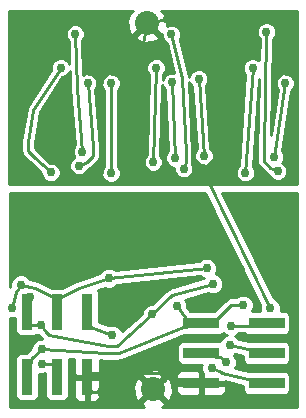
<source format=gbl>
G04 (created by PCBNEW (2013-jul-07)-stable) date Wed 01 Apr 2015 12:24:50 PM EDT*
%MOIN*%
G04 Gerber Fmt 3.4, Leading zero omitted, Abs format*
%FSLAX34Y34*%
G01*
G70*
G90*
G04 APERTURE LIST*
%ADD10C,0.00590551*%
%ADD11R,0.119X0.038*%
%ADD12R,0.038X0.119*%
%ADD13C,0.08*%
%ADD14C,0.03*%
%ADD15C,0.011*%
%ADD16C,0.01*%
G04 APERTURE END LIST*
G54D10*
G54D11*
X32400Y-29200D03*
X32400Y-30200D03*
X32400Y-31200D03*
X34580Y-29200D03*
X34580Y-30200D03*
X34580Y-31200D03*
G54D12*
X26600Y-31000D03*
X27600Y-31000D03*
X28600Y-31000D03*
X26600Y-28820D03*
X27600Y-28820D03*
X28600Y-28820D03*
G54D13*
X30600Y-19200D03*
X30800Y-31400D03*
G54D14*
X27089Y-30547D03*
X33800Y-28600D03*
X31589Y-28634D03*
X27081Y-30072D03*
X29140Y-26390D03*
X32459Y-26390D03*
X31451Y-27878D03*
X29718Y-28953D03*
X33720Y-27440D03*
X27400Y-27077D03*
X30600Y-27200D03*
X29050Y-31498D03*
X31527Y-23693D03*
X31420Y-21179D03*
X31825Y-24052D03*
X31412Y-19578D03*
X29400Y-24200D03*
X29400Y-21200D03*
X32498Y-23626D03*
X32316Y-21060D03*
X29436Y-29599D03*
X33241Y-30511D03*
X33405Y-29285D03*
X30807Y-23831D03*
X30899Y-20684D03*
X34842Y-23658D03*
X35204Y-21200D03*
X34957Y-24133D03*
X34578Y-19490D03*
X32757Y-30707D03*
X33359Y-29930D03*
X27393Y-24176D03*
X27716Y-20684D03*
X33876Y-24192D03*
X34115Y-20684D03*
X28329Y-23954D03*
X28619Y-21200D03*
X28442Y-23481D03*
X28208Y-19563D03*
X29325Y-27708D03*
X26390Y-27922D03*
X32580Y-27366D03*
X26093Y-28687D03*
X27050Y-29261D03*
X30769Y-28912D03*
X32784Y-27885D03*
X26700Y-28337D03*
X30200Y-22000D03*
X35384Y-20043D03*
X33480Y-20376D03*
X33386Y-22046D03*
X29624Y-19488D03*
X29029Y-21658D03*
X26544Y-21217D03*
X26376Y-19369D03*
X27006Y-20230D03*
X26988Y-23315D03*
X34710Y-28707D03*
X33217Y-23587D03*
X31262Y-19058D03*
X29821Y-23004D03*
X27166Y-22241D03*
G54D15*
X27410Y-30547D02*
X27089Y-30547D01*
X27465Y-30547D02*
X27410Y-30547D01*
X27600Y-31000D02*
X27465Y-30547D01*
X32400Y-29200D02*
X32800Y-29200D01*
X33400Y-28600D02*
X33800Y-28600D01*
X32800Y-29200D02*
X33400Y-28600D01*
X26767Y-30350D02*
X27081Y-30072D01*
X26735Y-30382D02*
X26767Y-30350D01*
X26735Y-30405D02*
X26735Y-30382D01*
X26735Y-30460D02*
X26735Y-30405D01*
X26600Y-31000D02*
X26735Y-30460D01*
X29211Y-30194D02*
X27081Y-30072D01*
X29661Y-30194D02*
X29211Y-30194D01*
X31782Y-29335D02*
X29661Y-30194D01*
X31805Y-29335D02*
X31782Y-29335D01*
X31860Y-29335D02*
X31805Y-29335D01*
X32400Y-29200D02*
X31860Y-29335D01*
X31860Y-28987D02*
X31589Y-28634D01*
X31860Y-29010D02*
X31860Y-28987D01*
X31860Y-29065D02*
X31860Y-29010D01*
X32400Y-29200D02*
X31860Y-29065D01*
X29090Y-26600D02*
X29090Y-26440D01*
X29090Y-26440D02*
X29140Y-26390D01*
X32557Y-26600D02*
X32557Y-26488D01*
X32557Y-26488D02*
X32459Y-26390D01*
X31258Y-28071D02*
X31451Y-27878D01*
X30600Y-28071D02*
X31258Y-28071D01*
X29718Y-28953D02*
X30600Y-28071D01*
X33000Y-26600D02*
X33000Y-26720D01*
X31200Y-27200D02*
X31800Y-26600D01*
X31800Y-26600D02*
X32557Y-26600D01*
X32557Y-26600D02*
X33000Y-26600D01*
X30600Y-27200D02*
X31200Y-27200D01*
X33000Y-26720D02*
X33720Y-27440D01*
X30000Y-26600D02*
X30600Y-27200D01*
X27877Y-26600D02*
X29090Y-26600D01*
X29090Y-26600D02*
X30000Y-26600D01*
X27877Y-26600D02*
X27400Y-27077D01*
X28735Y-31498D02*
X28600Y-31000D01*
X28790Y-31498D02*
X28735Y-31498D01*
X29050Y-31498D02*
X28790Y-31498D01*
X30800Y-31400D02*
X31186Y-31022D01*
X31860Y-31065D02*
X32400Y-31200D01*
X31805Y-31065D02*
X31860Y-31065D01*
X31782Y-31065D02*
X31805Y-31065D01*
X31186Y-31022D02*
X31782Y-31065D01*
X31030Y-30866D02*
X31186Y-31022D01*
X31014Y-30859D02*
X31030Y-30866D01*
X28790Y-30859D02*
X31014Y-30859D01*
X28735Y-30859D02*
X28790Y-30859D01*
X28600Y-31000D02*
X28735Y-30859D01*
X31420Y-21179D02*
X31527Y-23693D01*
X31884Y-23841D02*
X31825Y-24052D01*
X31884Y-23545D02*
X31884Y-23841D01*
X31778Y-21031D02*
X31884Y-23545D01*
X31412Y-19578D02*
X31778Y-21031D01*
X29400Y-21200D02*
X29400Y-24200D01*
X32316Y-21060D02*
X32498Y-23626D01*
X28812Y-29360D02*
X29436Y-29599D01*
X28790Y-29360D02*
X28812Y-29360D01*
X28735Y-29360D02*
X28790Y-29360D01*
X28600Y-28820D02*
X28735Y-29360D01*
X33017Y-30335D02*
X33241Y-30511D01*
X32995Y-30335D02*
X33017Y-30335D01*
X32940Y-30335D02*
X32995Y-30335D01*
X32400Y-30200D02*
X32940Y-30335D01*
X33985Y-29285D02*
X33405Y-29285D01*
X34040Y-29285D02*
X33985Y-29285D01*
X34580Y-29200D02*
X34040Y-29285D01*
X30899Y-20684D02*
X30807Y-23831D01*
X35204Y-21200D02*
X34842Y-23658D01*
X34694Y-24016D02*
X34957Y-24133D01*
X34485Y-23807D02*
X34694Y-24016D01*
X34485Y-23510D02*
X34485Y-23807D01*
X34578Y-19490D02*
X34485Y-23510D01*
X33067Y-30834D02*
X32757Y-30707D01*
X33095Y-30862D02*
X33067Y-30834D01*
X33962Y-31065D02*
X33095Y-30862D01*
X33985Y-31065D02*
X33962Y-31065D01*
X34040Y-31065D02*
X33985Y-31065D01*
X34580Y-31200D02*
X34040Y-31065D01*
X33962Y-30065D02*
X33359Y-29930D01*
X33985Y-30065D02*
X33962Y-30065D01*
X34040Y-30065D02*
X33985Y-30065D01*
X34580Y-30200D02*
X34040Y-30065D01*
X26840Y-23673D02*
X27393Y-24176D01*
X26630Y-23463D02*
X26840Y-23673D01*
X26630Y-23167D02*
X26630Y-23463D01*
X26809Y-22093D02*
X26630Y-23167D01*
X27716Y-20684D02*
X26809Y-22093D01*
X34115Y-20684D02*
X33876Y-24192D01*
X28590Y-23838D02*
X28329Y-23954D01*
X28799Y-23629D02*
X28590Y-23838D01*
X28799Y-23333D02*
X28799Y-23629D01*
X28619Y-21200D02*
X28799Y-23333D01*
X28261Y-21348D02*
X28442Y-23481D01*
X28208Y-19563D02*
X28261Y-21348D01*
X28334Y-28042D02*
X29325Y-27708D01*
X27812Y-28280D02*
X28334Y-28042D01*
X27790Y-28280D02*
X27812Y-28280D01*
X27735Y-28280D02*
X27790Y-28280D01*
X27600Y-28820D02*
X27735Y-28280D01*
X26227Y-28149D02*
X26390Y-27922D01*
X26093Y-28687D02*
X26227Y-28149D01*
X26865Y-28042D02*
X26390Y-27922D01*
X27387Y-28280D02*
X26865Y-28042D01*
X27410Y-28280D02*
X27387Y-28280D01*
X27465Y-28280D02*
X27410Y-28280D01*
X27600Y-28820D02*
X27465Y-28280D01*
X32580Y-27366D02*
X29325Y-27708D01*
X31441Y-28277D02*
X30769Y-28912D01*
X32784Y-27885D02*
X31441Y-28277D01*
X29584Y-29956D02*
X30769Y-28912D01*
X29288Y-29956D02*
X29584Y-29956D01*
X27334Y-29597D02*
X29288Y-29956D01*
X27227Y-29490D02*
X27334Y-29597D01*
X27050Y-29261D02*
X27227Y-29490D01*
X26790Y-29261D02*
X27050Y-29261D01*
X26735Y-29261D02*
X26790Y-29261D01*
X26600Y-28820D02*
X26735Y-29261D01*
X26600Y-28415D02*
X26700Y-28337D01*
X26600Y-28820D02*
X26600Y-28415D01*
X30065Y-21865D02*
X30000Y-21800D01*
X30200Y-22000D02*
X30065Y-21865D01*
X29029Y-21658D02*
X29029Y-20083D01*
X29029Y-20083D02*
X29624Y-19488D01*
X35385Y-20044D02*
X35385Y-20538D01*
X35384Y-20043D02*
X35385Y-20044D01*
X33516Y-20412D02*
X33480Y-20376D01*
X33516Y-21916D02*
X33516Y-20412D01*
X33386Y-22046D02*
X33516Y-21916D01*
X27006Y-20755D02*
X27006Y-20230D01*
X26544Y-21217D02*
X27006Y-20755D01*
X26376Y-19600D02*
X26376Y-19369D01*
X27006Y-20230D02*
X26376Y-19600D01*
X31676Y-24410D02*
X32631Y-24464D01*
X30659Y-24188D02*
X31676Y-24410D01*
X29793Y-23602D02*
X30659Y-24188D01*
X30600Y-19200D02*
X29821Y-23004D01*
X27166Y-22241D02*
X26988Y-23315D01*
X31262Y-19058D02*
X30600Y-19200D01*
X28180Y-24311D02*
X26988Y-23315D01*
X28477Y-24311D02*
X28180Y-24311D01*
X34710Y-28707D02*
X32631Y-24464D01*
X29821Y-23004D02*
X29793Y-23602D01*
X33217Y-23587D02*
X32631Y-24464D01*
G54D10*
G36*
X35610Y-24550D02*
X35524Y-24550D01*
X35524Y-21136D01*
X35475Y-21018D01*
X35385Y-20928D01*
X35268Y-20880D01*
X35140Y-20879D01*
X35023Y-20928D01*
X34933Y-21018D01*
X34884Y-21136D01*
X34884Y-21263D01*
X34932Y-21381D01*
X34949Y-21397D01*
X34723Y-22926D01*
X34795Y-19724D01*
X34849Y-19671D01*
X34897Y-19554D01*
X34898Y-19426D01*
X34849Y-19309D01*
X34759Y-19219D01*
X34641Y-19170D01*
X34514Y-19170D01*
X34397Y-19218D01*
X34306Y-19308D01*
X34258Y-19426D01*
X34257Y-19553D01*
X34306Y-19671D01*
X34346Y-19710D01*
X34329Y-20445D01*
X34297Y-20413D01*
X34179Y-20364D01*
X34052Y-20364D01*
X33934Y-20413D01*
X33844Y-20502D01*
X33795Y-20620D01*
X33795Y-20747D01*
X33844Y-20865D01*
X33876Y-20897D01*
X33667Y-23949D01*
X33605Y-24011D01*
X33556Y-24128D01*
X33556Y-24256D01*
X33605Y-24373D01*
X33695Y-24464D01*
X33812Y-24512D01*
X33940Y-24512D01*
X34057Y-24464D01*
X34148Y-24374D01*
X34196Y-24256D01*
X34196Y-24129D01*
X34148Y-24011D01*
X34116Y-23980D01*
X34315Y-21069D01*
X34260Y-23505D01*
X34260Y-23508D01*
X34260Y-23510D01*
X34260Y-23807D01*
X34259Y-23807D01*
X34274Y-23878D01*
X34277Y-23893D01*
X34325Y-23966D01*
X34535Y-24175D01*
X34569Y-24198D01*
X34603Y-24222D01*
X34657Y-24246D01*
X34686Y-24314D01*
X34775Y-24404D01*
X34893Y-24453D01*
X35020Y-24453D01*
X35138Y-24404D01*
X35228Y-24314D01*
X35277Y-24197D01*
X35277Y-24069D01*
X35228Y-23952D01*
X35138Y-23862D01*
X35105Y-23848D01*
X35113Y-23840D01*
X35162Y-23722D01*
X35162Y-23595D01*
X35114Y-23477D01*
X35098Y-23462D01*
X35394Y-21462D01*
X35475Y-21381D01*
X35524Y-21263D01*
X35524Y-21136D01*
X35524Y-24550D01*
X32818Y-24550D01*
X29720Y-24550D01*
X29720Y-24136D01*
X29671Y-24018D01*
X29625Y-23972D01*
X29625Y-21427D01*
X29671Y-21381D01*
X29719Y-21263D01*
X29720Y-21136D01*
X29671Y-21018D01*
X29581Y-20928D01*
X29463Y-20880D01*
X29336Y-20879D01*
X29218Y-20928D01*
X29128Y-21018D01*
X29080Y-21136D01*
X29079Y-21263D01*
X29128Y-21381D01*
X29175Y-21427D01*
X29175Y-23972D01*
X29128Y-24018D01*
X29080Y-24136D01*
X29079Y-24263D01*
X29128Y-24381D01*
X29218Y-24471D01*
X29336Y-24519D01*
X29463Y-24520D01*
X29581Y-24471D01*
X29671Y-24381D01*
X29719Y-24263D01*
X29720Y-24136D01*
X29720Y-24550D01*
X29024Y-24550D01*
X29024Y-23629D01*
X29024Y-23333D01*
X29022Y-23320D01*
X29022Y-23314D01*
X28862Y-21409D01*
X28890Y-21381D01*
X28939Y-21263D01*
X28939Y-21136D01*
X28890Y-21018D01*
X28800Y-20928D01*
X28683Y-20880D01*
X28556Y-20879D01*
X28473Y-20914D01*
X28439Y-19784D01*
X28479Y-19744D01*
X28528Y-19627D01*
X28528Y-19500D01*
X28479Y-19382D01*
X28389Y-19292D01*
X28272Y-19243D01*
X28144Y-19243D01*
X28027Y-19291D01*
X27937Y-19381D01*
X27888Y-19499D01*
X27888Y-19626D01*
X27936Y-19744D01*
X27990Y-19797D01*
X28012Y-20564D01*
X27987Y-20503D01*
X27897Y-20413D01*
X27780Y-20364D01*
X27653Y-20364D01*
X27535Y-20413D01*
X27445Y-20502D01*
X27396Y-20620D01*
X27396Y-20747D01*
X27401Y-20759D01*
X26620Y-21971D01*
X26620Y-21972D01*
X26617Y-21974D01*
X26586Y-22056D01*
X26408Y-23130D01*
X26409Y-23149D01*
X26405Y-23167D01*
X26405Y-23463D01*
X26405Y-23463D01*
X26420Y-23535D01*
X26422Y-23549D01*
X26471Y-23622D01*
X26681Y-23832D01*
X26685Y-23835D01*
X26688Y-23839D01*
X27073Y-24189D01*
X27073Y-24240D01*
X27121Y-24357D01*
X27211Y-24448D01*
X27329Y-24496D01*
X27456Y-24497D01*
X27574Y-24448D01*
X27664Y-24358D01*
X27713Y-24240D01*
X27713Y-24113D01*
X27664Y-23995D01*
X27574Y-23905D01*
X27457Y-23857D01*
X27376Y-23856D01*
X26995Y-23510D01*
X26855Y-23370D01*
X26855Y-23185D01*
X27022Y-22178D01*
X27778Y-21004D01*
X27779Y-21004D01*
X27897Y-20955D01*
X27987Y-20865D01*
X28019Y-20788D01*
X28036Y-21354D01*
X28038Y-21362D01*
X28037Y-21366D01*
X28197Y-23273D01*
X28171Y-23299D01*
X28122Y-23417D01*
X28122Y-23544D01*
X28170Y-23662D01*
X28178Y-23670D01*
X28148Y-23682D01*
X28057Y-23772D01*
X28009Y-23890D01*
X28008Y-24017D01*
X28057Y-24135D01*
X28147Y-24225D01*
X28265Y-24274D01*
X28392Y-24274D01*
X28510Y-24225D01*
X28600Y-24135D01*
X28628Y-24068D01*
X28681Y-24044D01*
X28717Y-24019D01*
X28749Y-23997D01*
X28752Y-23994D01*
X28753Y-23994D01*
X28753Y-23994D01*
X28958Y-23788D01*
X28958Y-23788D01*
X28958Y-23788D01*
X29007Y-23715D01*
X29024Y-23629D01*
X29024Y-24550D01*
X25989Y-24550D01*
X25989Y-18789D01*
X30118Y-18789D01*
X30141Y-18812D01*
X30035Y-18852D01*
X29945Y-19094D01*
X29955Y-19352D01*
X30035Y-19547D01*
X30141Y-19587D01*
X30529Y-19200D01*
X30523Y-19194D01*
X30594Y-19123D01*
X30600Y-19129D01*
X30605Y-19123D01*
X30676Y-19194D01*
X30670Y-19200D01*
X31058Y-19587D01*
X31092Y-19574D01*
X31092Y-19642D01*
X31140Y-19759D01*
X31230Y-19850D01*
X31250Y-19858D01*
X31503Y-20867D01*
X31484Y-20859D01*
X31357Y-20859D01*
X31239Y-20908D01*
X31149Y-20997D01*
X31114Y-21083D01*
X31119Y-20917D01*
X31170Y-20865D01*
X31219Y-20748D01*
X31219Y-20621D01*
X31170Y-20503D01*
X31080Y-20413D01*
X30987Y-20374D01*
X30987Y-19658D01*
X30600Y-19270D01*
X30529Y-19341D01*
X30212Y-19658D01*
X30252Y-19764D01*
X30494Y-19854D01*
X30752Y-19844D01*
X30947Y-19764D01*
X30987Y-19658D01*
X30987Y-20374D01*
X30963Y-20364D01*
X30835Y-20364D01*
X30718Y-20413D01*
X30627Y-20502D01*
X30579Y-20620D01*
X30579Y-20747D01*
X30627Y-20865D01*
X30669Y-20907D01*
X30589Y-23596D01*
X30536Y-23649D01*
X30487Y-23767D01*
X30487Y-23894D01*
X30536Y-24012D01*
X30625Y-24102D01*
X30743Y-24150D01*
X30870Y-24151D01*
X30988Y-24102D01*
X31078Y-24012D01*
X31127Y-23894D01*
X31127Y-23767D01*
X31078Y-23649D01*
X31039Y-23610D01*
X31108Y-21262D01*
X31149Y-21360D01*
X31205Y-21416D01*
X31291Y-23476D01*
X31256Y-23512D01*
X31207Y-23629D01*
X31207Y-23756D01*
X31255Y-23874D01*
X31345Y-23964D01*
X31463Y-24013D01*
X31505Y-24013D01*
X31504Y-24115D01*
X31553Y-24233D01*
X31643Y-24323D01*
X31761Y-24372D01*
X31888Y-24372D01*
X32006Y-24323D01*
X32096Y-24233D01*
X32144Y-24116D01*
X32145Y-23989D01*
X32102Y-23886D01*
X32103Y-23872D01*
X32109Y-23841D01*
X32109Y-23545D01*
X32108Y-23537D01*
X32108Y-23536D01*
X32008Y-21152D01*
X32045Y-21241D01*
X32108Y-21304D01*
X32259Y-23412D01*
X32227Y-23444D01*
X32178Y-23562D01*
X32178Y-23689D01*
X32227Y-23807D01*
X32317Y-23897D01*
X32434Y-23945D01*
X32562Y-23946D01*
X32679Y-23897D01*
X32770Y-23807D01*
X32818Y-23689D01*
X32818Y-23562D01*
X32770Y-23444D01*
X32708Y-23383D01*
X32557Y-21272D01*
X32587Y-21241D01*
X32636Y-21124D01*
X32636Y-20996D01*
X32587Y-20879D01*
X32497Y-20789D01*
X32380Y-20740D01*
X32253Y-20740D01*
X32135Y-20788D01*
X32045Y-20878D01*
X31996Y-20996D01*
X31996Y-20993D01*
X31995Y-20976D01*
X31687Y-19750D01*
X31732Y-19642D01*
X31732Y-19515D01*
X31683Y-19397D01*
X31593Y-19307D01*
X31476Y-19258D01*
X31348Y-19258D01*
X31253Y-19297D01*
X31244Y-19047D01*
X31164Y-18852D01*
X31058Y-18812D01*
X31081Y-18789D01*
X35610Y-18789D01*
X35610Y-24550D01*
X35610Y-24550D01*
G37*
G54D16*
X35610Y-24550D02*
X35524Y-24550D01*
X35524Y-21136D01*
X35475Y-21018D01*
X35385Y-20928D01*
X35268Y-20880D01*
X35140Y-20879D01*
X35023Y-20928D01*
X34933Y-21018D01*
X34884Y-21136D01*
X34884Y-21263D01*
X34932Y-21381D01*
X34949Y-21397D01*
X34723Y-22926D01*
X34795Y-19724D01*
X34849Y-19671D01*
X34897Y-19554D01*
X34898Y-19426D01*
X34849Y-19309D01*
X34759Y-19219D01*
X34641Y-19170D01*
X34514Y-19170D01*
X34397Y-19218D01*
X34306Y-19308D01*
X34258Y-19426D01*
X34257Y-19553D01*
X34306Y-19671D01*
X34346Y-19710D01*
X34329Y-20445D01*
X34297Y-20413D01*
X34179Y-20364D01*
X34052Y-20364D01*
X33934Y-20413D01*
X33844Y-20502D01*
X33795Y-20620D01*
X33795Y-20747D01*
X33844Y-20865D01*
X33876Y-20897D01*
X33667Y-23949D01*
X33605Y-24011D01*
X33556Y-24128D01*
X33556Y-24256D01*
X33605Y-24373D01*
X33695Y-24464D01*
X33812Y-24512D01*
X33940Y-24512D01*
X34057Y-24464D01*
X34148Y-24374D01*
X34196Y-24256D01*
X34196Y-24129D01*
X34148Y-24011D01*
X34116Y-23980D01*
X34315Y-21069D01*
X34260Y-23505D01*
X34260Y-23508D01*
X34260Y-23510D01*
X34260Y-23807D01*
X34259Y-23807D01*
X34274Y-23878D01*
X34277Y-23893D01*
X34325Y-23966D01*
X34535Y-24175D01*
X34569Y-24198D01*
X34603Y-24222D01*
X34657Y-24246D01*
X34686Y-24314D01*
X34775Y-24404D01*
X34893Y-24453D01*
X35020Y-24453D01*
X35138Y-24404D01*
X35228Y-24314D01*
X35277Y-24197D01*
X35277Y-24069D01*
X35228Y-23952D01*
X35138Y-23862D01*
X35105Y-23848D01*
X35113Y-23840D01*
X35162Y-23722D01*
X35162Y-23595D01*
X35114Y-23477D01*
X35098Y-23462D01*
X35394Y-21462D01*
X35475Y-21381D01*
X35524Y-21263D01*
X35524Y-21136D01*
X35524Y-24550D01*
X32818Y-24550D01*
X29720Y-24550D01*
X29720Y-24136D01*
X29671Y-24018D01*
X29625Y-23972D01*
X29625Y-21427D01*
X29671Y-21381D01*
X29719Y-21263D01*
X29720Y-21136D01*
X29671Y-21018D01*
X29581Y-20928D01*
X29463Y-20880D01*
X29336Y-20879D01*
X29218Y-20928D01*
X29128Y-21018D01*
X29080Y-21136D01*
X29079Y-21263D01*
X29128Y-21381D01*
X29175Y-21427D01*
X29175Y-23972D01*
X29128Y-24018D01*
X29080Y-24136D01*
X29079Y-24263D01*
X29128Y-24381D01*
X29218Y-24471D01*
X29336Y-24519D01*
X29463Y-24520D01*
X29581Y-24471D01*
X29671Y-24381D01*
X29719Y-24263D01*
X29720Y-24136D01*
X29720Y-24550D01*
X29024Y-24550D01*
X29024Y-23629D01*
X29024Y-23333D01*
X29022Y-23320D01*
X29022Y-23314D01*
X28862Y-21409D01*
X28890Y-21381D01*
X28939Y-21263D01*
X28939Y-21136D01*
X28890Y-21018D01*
X28800Y-20928D01*
X28683Y-20880D01*
X28556Y-20879D01*
X28473Y-20914D01*
X28439Y-19784D01*
X28479Y-19744D01*
X28528Y-19627D01*
X28528Y-19500D01*
X28479Y-19382D01*
X28389Y-19292D01*
X28272Y-19243D01*
X28144Y-19243D01*
X28027Y-19291D01*
X27937Y-19381D01*
X27888Y-19499D01*
X27888Y-19626D01*
X27936Y-19744D01*
X27990Y-19797D01*
X28012Y-20564D01*
X27987Y-20503D01*
X27897Y-20413D01*
X27780Y-20364D01*
X27653Y-20364D01*
X27535Y-20413D01*
X27445Y-20502D01*
X27396Y-20620D01*
X27396Y-20747D01*
X27401Y-20759D01*
X26620Y-21971D01*
X26620Y-21972D01*
X26617Y-21974D01*
X26586Y-22056D01*
X26408Y-23130D01*
X26409Y-23149D01*
X26405Y-23167D01*
X26405Y-23463D01*
X26405Y-23463D01*
X26420Y-23535D01*
X26422Y-23549D01*
X26471Y-23622D01*
X26681Y-23832D01*
X26685Y-23835D01*
X26688Y-23839D01*
X27073Y-24189D01*
X27073Y-24240D01*
X27121Y-24357D01*
X27211Y-24448D01*
X27329Y-24496D01*
X27456Y-24497D01*
X27574Y-24448D01*
X27664Y-24358D01*
X27713Y-24240D01*
X27713Y-24113D01*
X27664Y-23995D01*
X27574Y-23905D01*
X27457Y-23857D01*
X27376Y-23856D01*
X26995Y-23510D01*
X26855Y-23370D01*
X26855Y-23185D01*
X27022Y-22178D01*
X27778Y-21004D01*
X27779Y-21004D01*
X27897Y-20955D01*
X27987Y-20865D01*
X28019Y-20788D01*
X28036Y-21354D01*
X28038Y-21362D01*
X28037Y-21366D01*
X28197Y-23273D01*
X28171Y-23299D01*
X28122Y-23417D01*
X28122Y-23544D01*
X28170Y-23662D01*
X28178Y-23670D01*
X28148Y-23682D01*
X28057Y-23772D01*
X28009Y-23890D01*
X28008Y-24017D01*
X28057Y-24135D01*
X28147Y-24225D01*
X28265Y-24274D01*
X28392Y-24274D01*
X28510Y-24225D01*
X28600Y-24135D01*
X28628Y-24068D01*
X28681Y-24044D01*
X28717Y-24019D01*
X28749Y-23997D01*
X28752Y-23994D01*
X28753Y-23994D01*
X28753Y-23994D01*
X28958Y-23788D01*
X28958Y-23788D01*
X28958Y-23788D01*
X29007Y-23715D01*
X29024Y-23629D01*
X29024Y-24550D01*
X25989Y-24550D01*
X25989Y-18789D01*
X30118Y-18789D01*
X30141Y-18812D01*
X30035Y-18852D01*
X29945Y-19094D01*
X29955Y-19352D01*
X30035Y-19547D01*
X30141Y-19587D01*
X30529Y-19200D01*
X30523Y-19194D01*
X30594Y-19123D01*
X30600Y-19129D01*
X30605Y-19123D01*
X30676Y-19194D01*
X30670Y-19200D01*
X31058Y-19587D01*
X31092Y-19574D01*
X31092Y-19642D01*
X31140Y-19759D01*
X31230Y-19850D01*
X31250Y-19858D01*
X31503Y-20867D01*
X31484Y-20859D01*
X31357Y-20859D01*
X31239Y-20908D01*
X31149Y-20997D01*
X31114Y-21083D01*
X31119Y-20917D01*
X31170Y-20865D01*
X31219Y-20748D01*
X31219Y-20621D01*
X31170Y-20503D01*
X31080Y-20413D01*
X30987Y-20374D01*
X30987Y-19658D01*
X30600Y-19270D01*
X30529Y-19341D01*
X30212Y-19658D01*
X30252Y-19764D01*
X30494Y-19854D01*
X30752Y-19844D01*
X30947Y-19764D01*
X30987Y-19658D01*
X30987Y-20374D01*
X30963Y-20364D01*
X30835Y-20364D01*
X30718Y-20413D01*
X30627Y-20502D01*
X30579Y-20620D01*
X30579Y-20747D01*
X30627Y-20865D01*
X30669Y-20907D01*
X30589Y-23596D01*
X30536Y-23649D01*
X30487Y-23767D01*
X30487Y-23894D01*
X30536Y-24012D01*
X30625Y-24102D01*
X30743Y-24150D01*
X30870Y-24151D01*
X30988Y-24102D01*
X31078Y-24012D01*
X31127Y-23894D01*
X31127Y-23767D01*
X31078Y-23649D01*
X31039Y-23610D01*
X31108Y-21262D01*
X31149Y-21360D01*
X31205Y-21416D01*
X31291Y-23476D01*
X31256Y-23512D01*
X31207Y-23629D01*
X31207Y-23756D01*
X31255Y-23874D01*
X31345Y-23964D01*
X31463Y-24013D01*
X31505Y-24013D01*
X31504Y-24115D01*
X31553Y-24233D01*
X31643Y-24323D01*
X31761Y-24372D01*
X31888Y-24372D01*
X32006Y-24323D01*
X32096Y-24233D01*
X32144Y-24116D01*
X32145Y-23989D01*
X32102Y-23886D01*
X32103Y-23872D01*
X32109Y-23841D01*
X32109Y-23545D01*
X32108Y-23537D01*
X32108Y-23536D01*
X32008Y-21152D01*
X32045Y-21241D01*
X32108Y-21304D01*
X32259Y-23412D01*
X32227Y-23444D01*
X32178Y-23562D01*
X32178Y-23689D01*
X32227Y-23807D01*
X32317Y-23897D01*
X32434Y-23945D01*
X32562Y-23946D01*
X32679Y-23897D01*
X32770Y-23807D01*
X32818Y-23689D01*
X32818Y-23562D01*
X32770Y-23444D01*
X32708Y-23383D01*
X32557Y-21272D01*
X32587Y-21241D01*
X32636Y-21124D01*
X32636Y-20996D01*
X32587Y-20879D01*
X32497Y-20789D01*
X32380Y-20740D01*
X32253Y-20740D01*
X32135Y-20788D01*
X32045Y-20878D01*
X31996Y-20996D01*
X31996Y-20993D01*
X31995Y-20976D01*
X31687Y-19750D01*
X31732Y-19642D01*
X31732Y-19515D01*
X31683Y-19397D01*
X31593Y-19307D01*
X31476Y-19258D01*
X31348Y-19258D01*
X31253Y-19297D01*
X31244Y-19047D01*
X31164Y-18852D01*
X31058Y-18812D01*
X31081Y-18789D01*
X35610Y-18789D01*
X35610Y-24550D01*
G54D10*
G36*
X32480Y-27703D02*
X32478Y-27708D01*
X31370Y-28032D01*
X31361Y-28037D01*
X31350Y-28038D01*
X31315Y-28061D01*
X31282Y-28078D01*
X31275Y-28086D01*
X31266Y-28091D01*
X30768Y-28562D01*
X30700Y-28562D01*
X30571Y-28615D01*
X30473Y-28714D01*
X30419Y-28842D01*
X30419Y-28880D01*
X29759Y-29463D01*
X29733Y-29401D01*
X29635Y-29302D01*
X29506Y-29249D01*
X29367Y-29249D01*
X29303Y-29275D01*
X28990Y-29154D01*
X28990Y-28185D01*
X28959Y-28111D01*
X28951Y-28103D01*
X29180Y-28026D01*
X29255Y-28058D01*
X29395Y-28058D01*
X29523Y-28004D01*
X29592Y-27936D01*
X32364Y-27645D01*
X32381Y-27662D01*
X32480Y-27703D01*
X32480Y-27703D01*
G37*
G54D16*
X32480Y-27703D02*
X32478Y-27708D01*
X31370Y-28032D01*
X31361Y-28037D01*
X31350Y-28038D01*
X31315Y-28061D01*
X31282Y-28078D01*
X31275Y-28086D01*
X31266Y-28091D01*
X30768Y-28562D01*
X30700Y-28562D01*
X30571Y-28615D01*
X30473Y-28714D01*
X30419Y-28842D01*
X30419Y-28880D01*
X29759Y-29463D01*
X29733Y-29401D01*
X29635Y-29302D01*
X29506Y-29249D01*
X29367Y-29249D01*
X29303Y-29275D01*
X28990Y-29154D01*
X28990Y-28185D01*
X28959Y-28111D01*
X28951Y-28103D01*
X29180Y-28026D01*
X29255Y-28058D01*
X29395Y-28058D01*
X29523Y-28004D01*
X29592Y-27936D01*
X32364Y-27645D01*
X32381Y-27662D01*
X32480Y-27703D01*
G54D10*
G36*
X34374Y-28602D02*
X34360Y-28637D01*
X34359Y-28776D01*
X34373Y-28809D01*
X34085Y-28809D01*
X34096Y-28798D01*
X34149Y-28669D01*
X34150Y-28530D01*
X34096Y-28402D01*
X33998Y-28303D01*
X33869Y-28250D01*
X33730Y-28249D01*
X33602Y-28303D01*
X33560Y-28345D01*
X33400Y-28345D01*
X33302Y-28364D01*
X33219Y-28419D01*
X32829Y-28809D01*
X32045Y-28809D01*
X31939Y-28672D01*
X31940Y-28565D01*
X31886Y-28436D01*
X31868Y-28418D01*
X32623Y-28197D01*
X32714Y-28234D01*
X32853Y-28235D01*
X32982Y-28181D01*
X33080Y-28083D01*
X33133Y-27954D01*
X33134Y-27815D01*
X33080Y-27687D01*
X32982Y-27588D01*
X32883Y-27547D01*
X32930Y-27436D01*
X32930Y-27296D01*
X32877Y-27168D01*
X32778Y-27069D01*
X32650Y-27016D01*
X32510Y-27016D01*
X32382Y-27069D01*
X32313Y-27137D01*
X29541Y-27429D01*
X29524Y-27411D01*
X29395Y-27358D01*
X29256Y-27358D01*
X29127Y-27411D01*
X29029Y-27509D01*
X29014Y-27544D01*
X28253Y-27800D01*
X28241Y-27807D01*
X28228Y-27810D01*
X27757Y-28024D01*
X27750Y-28024D01*
X27442Y-28024D01*
X26971Y-27810D01*
X26948Y-27804D01*
X26928Y-27795D01*
X26692Y-27735D01*
X26687Y-27724D01*
X26589Y-27625D01*
X26460Y-27572D01*
X26321Y-27572D01*
X26192Y-27625D01*
X26094Y-27723D01*
X26040Y-27852D01*
X26040Y-27972D01*
X26022Y-27997D01*
X26022Y-27997D01*
X26022Y-27998D01*
X26020Y-28000D01*
X26019Y-28002D01*
X26019Y-24850D01*
X32536Y-24850D01*
X34374Y-28602D01*
X34374Y-28602D01*
G37*
G54D16*
X34374Y-28602D02*
X34360Y-28637D01*
X34359Y-28776D01*
X34373Y-28809D01*
X34085Y-28809D01*
X34096Y-28798D01*
X34149Y-28669D01*
X34150Y-28530D01*
X34096Y-28402D01*
X33998Y-28303D01*
X33869Y-28250D01*
X33730Y-28249D01*
X33602Y-28303D01*
X33560Y-28345D01*
X33400Y-28345D01*
X33302Y-28364D01*
X33219Y-28419D01*
X32829Y-28809D01*
X32045Y-28809D01*
X31939Y-28672D01*
X31940Y-28565D01*
X31886Y-28436D01*
X31868Y-28418D01*
X32623Y-28197D01*
X32714Y-28234D01*
X32853Y-28235D01*
X32982Y-28181D01*
X33080Y-28083D01*
X33133Y-27954D01*
X33134Y-27815D01*
X33080Y-27687D01*
X32982Y-27588D01*
X32883Y-27547D01*
X32930Y-27436D01*
X32930Y-27296D01*
X32877Y-27168D01*
X32778Y-27069D01*
X32650Y-27016D01*
X32510Y-27016D01*
X32382Y-27069D01*
X32313Y-27137D01*
X29541Y-27429D01*
X29524Y-27411D01*
X29395Y-27358D01*
X29256Y-27358D01*
X29127Y-27411D01*
X29029Y-27509D01*
X29014Y-27544D01*
X28253Y-27800D01*
X28241Y-27807D01*
X28228Y-27810D01*
X27757Y-28024D01*
X27750Y-28024D01*
X27442Y-28024D01*
X26971Y-27810D01*
X26948Y-27804D01*
X26928Y-27795D01*
X26692Y-27735D01*
X26687Y-27724D01*
X26589Y-27625D01*
X26460Y-27572D01*
X26321Y-27572D01*
X26192Y-27625D01*
X26094Y-27723D01*
X26040Y-27852D01*
X26040Y-27972D01*
X26022Y-27997D01*
X26022Y-27997D01*
X26022Y-27998D01*
X26020Y-28000D01*
X26019Y-28002D01*
X26019Y-24850D01*
X32536Y-24850D01*
X34374Y-28602D01*
G54D10*
G36*
X35580Y-31980D02*
X33245Y-31980D01*
X33245Y-31439D01*
X33245Y-31312D01*
X33182Y-31250D01*
X32450Y-31250D01*
X32450Y-31577D01*
X32512Y-31640D01*
X32945Y-31640D01*
X33044Y-31639D01*
X33136Y-31601D01*
X33207Y-31531D01*
X33245Y-31439D01*
X33245Y-31980D01*
X32350Y-31980D01*
X32350Y-31577D01*
X32350Y-31250D01*
X32350Y-31150D01*
X32350Y-30822D01*
X32287Y-30760D01*
X31854Y-30759D01*
X31755Y-30760D01*
X31663Y-30798D01*
X31592Y-30868D01*
X31554Y-30960D01*
X31555Y-31087D01*
X31617Y-31150D01*
X32350Y-31150D01*
X32350Y-31250D01*
X31617Y-31250D01*
X31555Y-31312D01*
X31554Y-31439D01*
X31592Y-31531D01*
X31663Y-31601D01*
X31755Y-31639D01*
X31854Y-31640D01*
X32287Y-31640D01*
X32350Y-31577D01*
X32350Y-31980D01*
X31454Y-31980D01*
X31454Y-31505D01*
X31444Y-31247D01*
X31364Y-31052D01*
X31258Y-31012D01*
X31187Y-31083D01*
X31187Y-30941D01*
X31147Y-30835D01*
X30905Y-30745D01*
X30647Y-30755D01*
X30452Y-30835D01*
X30412Y-30941D01*
X30800Y-31329D01*
X31187Y-30941D01*
X31187Y-31083D01*
X30870Y-31400D01*
X31258Y-31787D01*
X31364Y-31747D01*
X31454Y-31505D01*
X31454Y-31980D01*
X31108Y-31980D01*
X31147Y-31964D01*
X31187Y-31858D01*
X30800Y-31470D01*
X30729Y-31541D01*
X30729Y-31400D01*
X30341Y-31012D01*
X30235Y-31052D01*
X30145Y-31294D01*
X30155Y-31552D01*
X30235Y-31747D01*
X30341Y-31787D01*
X30729Y-31400D01*
X30729Y-31541D01*
X30412Y-31858D01*
X30452Y-31964D01*
X30495Y-31980D01*
X29040Y-31980D01*
X29040Y-31545D01*
X29040Y-31112D01*
X28977Y-31050D01*
X28650Y-31050D01*
X28650Y-31782D01*
X28712Y-31845D01*
X28839Y-31845D01*
X28931Y-31807D01*
X29001Y-31736D01*
X29039Y-31644D01*
X29040Y-31545D01*
X29040Y-31980D01*
X28550Y-31980D01*
X28550Y-31782D01*
X28550Y-31050D01*
X28222Y-31050D01*
X28160Y-31112D01*
X28159Y-31545D01*
X28160Y-31644D01*
X28198Y-31736D01*
X28268Y-31807D01*
X28360Y-31845D01*
X28487Y-31845D01*
X28550Y-31782D01*
X28550Y-31980D01*
X26019Y-31980D01*
X26019Y-29035D01*
X26023Y-29037D01*
X26162Y-29037D01*
X26209Y-29017D01*
X26209Y-29454D01*
X26240Y-29528D01*
X26296Y-29584D01*
X26370Y-29614D01*
X26449Y-29615D01*
X26829Y-29615D01*
X26903Y-29584D01*
X26907Y-29580D01*
X26980Y-29611D01*
X26998Y-29611D01*
X27025Y-29646D01*
X27037Y-29657D01*
X27047Y-29670D01*
X27099Y-29722D01*
X27012Y-29722D01*
X26883Y-29775D01*
X26784Y-29874D01*
X26731Y-30002D01*
X26731Y-30041D01*
X26598Y-30158D01*
X26593Y-30165D01*
X26586Y-30169D01*
X26554Y-30201D01*
X26552Y-30204D01*
X26370Y-30204D01*
X26296Y-30235D01*
X26240Y-30291D01*
X26210Y-30365D01*
X26209Y-30444D01*
X26209Y-31634D01*
X26240Y-31708D01*
X26296Y-31764D01*
X26370Y-31794D01*
X26449Y-31795D01*
X26829Y-31795D01*
X26903Y-31764D01*
X26959Y-31708D01*
X26989Y-31634D01*
X26990Y-31555D01*
X26990Y-30885D01*
X27019Y-30897D01*
X27159Y-30897D01*
X27209Y-30876D01*
X27209Y-31634D01*
X27240Y-31708D01*
X27296Y-31764D01*
X27370Y-31794D01*
X27449Y-31795D01*
X27829Y-31795D01*
X27903Y-31764D01*
X27959Y-31708D01*
X27989Y-31634D01*
X27990Y-31555D01*
X27990Y-30380D01*
X28160Y-30390D01*
X28159Y-30454D01*
X28160Y-30887D01*
X28222Y-30950D01*
X28550Y-30950D01*
X28550Y-30942D01*
X28650Y-30942D01*
X28650Y-30950D01*
X28977Y-30950D01*
X29040Y-30887D01*
X29040Y-30454D01*
X29040Y-30441D01*
X29196Y-30450D01*
X29208Y-30448D01*
X29211Y-30449D01*
X29661Y-30449D01*
X29709Y-30439D01*
X29757Y-30430D01*
X31828Y-29590D01*
X31844Y-29590D01*
X33034Y-29590D01*
X33108Y-29559D01*
X33146Y-29521D01*
X33207Y-29582D01*
X33247Y-29598D01*
X33161Y-29634D01*
X33062Y-29732D01*
X33030Y-29810D01*
X32955Y-29809D01*
X31765Y-29809D01*
X31691Y-29840D01*
X31635Y-29896D01*
X31605Y-29970D01*
X31604Y-30049D01*
X31604Y-30429D01*
X31635Y-30503D01*
X31691Y-30559D01*
X31765Y-30589D01*
X31844Y-30590D01*
X32426Y-30590D01*
X32407Y-30637D01*
X32407Y-30776D01*
X32450Y-30880D01*
X32450Y-31150D01*
X33182Y-31150D01*
X33186Y-31145D01*
X33784Y-31286D01*
X33784Y-31429D01*
X33815Y-31503D01*
X33871Y-31559D01*
X33945Y-31589D01*
X34024Y-31590D01*
X35214Y-31590D01*
X35288Y-31559D01*
X35344Y-31503D01*
X35374Y-31429D01*
X35375Y-31350D01*
X35375Y-30970D01*
X35344Y-30896D01*
X35288Y-30840D01*
X35214Y-30810D01*
X35135Y-30809D01*
X33988Y-30809D01*
X33540Y-30704D01*
X33591Y-30581D01*
X33591Y-30442D01*
X33538Y-30313D01*
X33482Y-30258D01*
X33544Y-30233D01*
X33784Y-30286D01*
X33784Y-30429D01*
X33815Y-30503D01*
X33871Y-30559D01*
X33945Y-30589D01*
X34024Y-30590D01*
X35214Y-30590D01*
X35288Y-30559D01*
X35344Y-30503D01*
X35374Y-30429D01*
X35375Y-30350D01*
X35375Y-29970D01*
X35344Y-29896D01*
X35288Y-29840D01*
X35214Y-29810D01*
X35135Y-29809D01*
X33991Y-29809D01*
X33657Y-29735D01*
X33656Y-29732D01*
X33557Y-29634D01*
X33518Y-29617D01*
X33603Y-29582D01*
X33645Y-29540D01*
X33852Y-29540D01*
X33871Y-29559D01*
X33945Y-29589D01*
X34024Y-29590D01*
X35214Y-29590D01*
X35288Y-29559D01*
X35344Y-29503D01*
X35374Y-29429D01*
X35375Y-29350D01*
X35375Y-28970D01*
X35344Y-28896D01*
X35288Y-28840D01*
X35214Y-28810D01*
X35135Y-28809D01*
X35046Y-28809D01*
X35059Y-28777D01*
X35060Y-28638D01*
X35006Y-28509D01*
X34908Y-28410D01*
X34833Y-28379D01*
X33104Y-24850D01*
X35580Y-24850D01*
X35580Y-31980D01*
X35580Y-31980D01*
G37*
G54D16*
X35580Y-31980D02*
X33245Y-31980D01*
X33245Y-31439D01*
X33245Y-31312D01*
X33182Y-31250D01*
X32450Y-31250D01*
X32450Y-31577D01*
X32512Y-31640D01*
X32945Y-31640D01*
X33044Y-31639D01*
X33136Y-31601D01*
X33207Y-31531D01*
X33245Y-31439D01*
X33245Y-31980D01*
X32350Y-31980D01*
X32350Y-31577D01*
X32350Y-31250D01*
X32350Y-31150D01*
X32350Y-30822D01*
X32287Y-30760D01*
X31854Y-30759D01*
X31755Y-30760D01*
X31663Y-30798D01*
X31592Y-30868D01*
X31554Y-30960D01*
X31555Y-31087D01*
X31617Y-31150D01*
X32350Y-31150D01*
X32350Y-31250D01*
X31617Y-31250D01*
X31555Y-31312D01*
X31554Y-31439D01*
X31592Y-31531D01*
X31663Y-31601D01*
X31755Y-31639D01*
X31854Y-31640D01*
X32287Y-31640D01*
X32350Y-31577D01*
X32350Y-31980D01*
X31454Y-31980D01*
X31454Y-31505D01*
X31444Y-31247D01*
X31364Y-31052D01*
X31258Y-31012D01*
X31187Y-31083D01*
X31187Y-30941D01*
X31147Y-30835D01*
X30905Y-30745D01*
X30647Y-30755D01*
X30452Y-30835D01*
X30412Y-30941D01*
X30800Y-31329D01*
X31187Y-30941D01*
X31187Y-31083D01*
X30870Y-31400D01*
X31258Y-31787D01*
X31364Y-31747D01*
X31454Y-31505D01*
X31454Y-31980D01*
X31108Y-31980D01*
X31147Y-31964D01*
X31187Y-31858D01*
X30800Y-31470D01*
X30729Y-31541D01*
X30729Y-31400D01*
X30341Y-31012D01*
X30235Y-31052D01*
X30145Y-31294D01*
X30155Y-31552D01*
X30235Y-31747D01*
X30341Y-31787D01*
X30729Y-31400D01*
X30729Y-31541D01*
X30412Y-31858D01*
X30452Y-31964D01*
X30495Y-31980D01*
X29040Y-31980D01*
X29040Y-31545D01*
X29040Y-31112D01*
X28977Y-31050D01*
X28650Y-31050D01*
X28650Y-31782D01*
X28712Y-31845D01*
X28839Y-31845D01*
X28931Y-31807D01*
X29001Y-31736D01*
X29039Y-31644D01*
X29040Y-31545D01*
X29040Y-31980D01*
X28550Y-31980D01*
X28550Y-31782D01*
X28550Y-31050D01*
X28222Y-31050D01*
X28160Y-31112D01*
X28159Y-31545D01*
X28160Y-31644D01*
X28198Y-31736D01*
X28268Y-31807D01*
X28360Y-31845D01*
X28487Y-31845D01*
X28550Y-31782D01*
X28550Y-31980D01*
X26019Y-31980D01*
X26019Y-29035D01*
X26023Y-29037D01*
X26162Y-29037D01*
X26209Y-29017D01*
X26209Y-29454D01*
X26240Y-29528D01*
X26296Y-29584D01*
X26370Y-29614D01*
X26449Y-29615D01*
X26829Y-29615D01*
X26903Y-29584D01*
X26907Y-29580D01*
X26980Y-29611D01*
X26998Y-29611D01*
X27025Y-29646D01*
X27037Y-29657D01*
X27047Y-29670D01*
X27099Y-29722D01*
X27012Y-29722D01*
X26883Y-29775D01*
X26784Y-29874D01*
X26731Y-30002D01*
X26731Y-30041D01*
X26598Y-30158D01*
X26593Y-30165D01*
X26586Y-30169D01*
X26554Y-30201D01*
X26552Y-30204D01*
X26370Y-30204D01*
X26296Y-30235D01*
X26240Y-30291D01*
X26210Y-30365D01*
X26209Y-30444D01*
X26209Y-31634D01*
X26240Y-31708D01*
X26296Y-31764D01*
X26370Y-31794D01*
X26449Y-31795D01*
X26829Y-31795D01*
X26903Y-31764D01*
X26959Y-31708D01*
X26989Y-31634D01*
X26990Y-31555D01*
X26990Y-30885D01*
X27019Y-30897D01*
X27159Y-30897D01*
X27209Y-30876D01*
X27209Y-31634D01*
X27240Y-31708D01*
X27296Y-31764D01*
X27370Y-31794D01*
X27449Y-31795D01*
X27829Y-31795D01*
X27903Y-31764D01*
X27959Y-31708D01*
X27989Y-31634D01*
X27990Y-31555D01*
X27990Y-30380D01*
X28160Y-30390D01*
X28159Y-30454D01*
X28160Y-30887D01*
X28222Y-30950D01*
X28550Y-30950D01*
X28550Y-30942D01*
X28650Y-30942D01*
X28650Y-30950D01*
X28977Y-30950D01*
X29040Y-30887D01*
X29040Y-30454D01*
X29040Y-30441D01*
X29196Y-30450D01*
X29208Y-30448D01*
X29211Y-30449D01*
X29661Y-30449D01*
X29709Y-30439D01*
X29757Y-30430D01*
X31828Y-29590D01*
X31844Y-29590D01*
X33034Y-29590D01*
X33108Y-29559D01*
X33146Y-29521D01*
X33207Y-29582D01*
X33247Y-29598D01*
X33161Y-29634D01*
X33062Y-29732D01*
X33030Y-29810D01*
X32955Y-29809D01*
X31765Y-29809D01*
X31691Y-29840D01*
X31635Y-29896D01*
X31605Y-29970D01*
X31604Y-30049D01*
X31604Y-30429D01*
X31635Y-30503D01*
X31691Y-30559D01*
X31765Y-30589D01*
X31844Y-30590D01*
X32426Y-30590D01*
X32407Y-30637D01*
X32407Y-30776D01*
X32450Y-30880D01*
X32450Y-31150D01*
X33182Y-31150D01*
X33186Y-31145D01*
X33784Y-31286D01*
X33784Y-31429D01*
X33815Y-31503D01*
X33871Y-31559D01*
X33945Y-31589D01*
X34024Y-31590D01*
X35214Y-31590D01*
X35288Y-31559D01*
X35344Y-31503D01*
X35374Y-31429D01*
X35375Y-31350D01*
X35375Y-30970D01*
X35344Y-30896D01*
X35288Y-30840D01*
X35214Y-30810D01*
X35135Y-30809D01*
X33988Y-30809D01*
X33540Y-30704D01*
X33591Y-30581D01*
X33591Y-30442D01*
X33538Y-30313D01*
X33482Y-30258D01*
X33544Y-30233D01*
X33784Y-30286D01*
X33784Y-30429D01*
X33815Y-30503D01*
X33871Y-30559D01*
X33945Y-30589D01*
X34024Y-30590D01*
X35214Y-30590D01*
X35288Y-30559D01*
X35344Y-30503D01*
X35374Y-30429D01*
X35375Y-30350D01*
X35375Y-29970D01*
X35344Y-29896D01*
X35288Y-29840D01*
X35214Y-29810D01*
X35135Y-29809D01*
X33991Y-29809D01*
X33657Y-29735D01*
X33656Y-29732D01*
X33557Y-29634D01*
X33518Y-29617D01*
X33603Y-29582D01*
X33645Y-29540D01*
X33852Y-29540D01*
X33871Y-29559D01*
X33945Y-29589D01*
X34024Y-29590D01*
X35214Y-29590D01*
X35288Y-29559D01*
X35344Y-29503D01*
X35374Y-29429D01*
X35375Y-29350D01*
X35375Y-28970D01*
X35344Y-28896D01*
X35288Y-28840D01*
X35214Y-28810D01*
X35135Y-28809D01*
X35046Y-28809D01*
X35059Y-28777D01*
X35060Y-28638D01*
X35006Y-28509D01*
X34908Y-28410D01*
X34833Y-28379D01*
X33104Y-24850D01*
X35580Y-24850D01*
X35580Y-31980D01*
M02*

</source>
